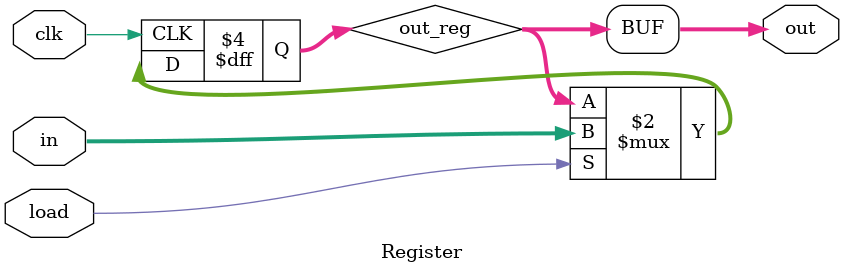
<source format=v>
/**
 * 16-bit register:
 * If load[t] == 1 then out[t+1] = in[t]
 * else out does not change
 */

`default_nettype none

module Register(
	input clk,
	input [15:0] in,
	input load,
	output [15:0] out
);

	// Put your code here:
	reg [15:0] out_reg;
	always @(posedge clk) begin
		if (load) out_reg <= in;
	end
	assign out = out_reg;

endmodule

</source>
